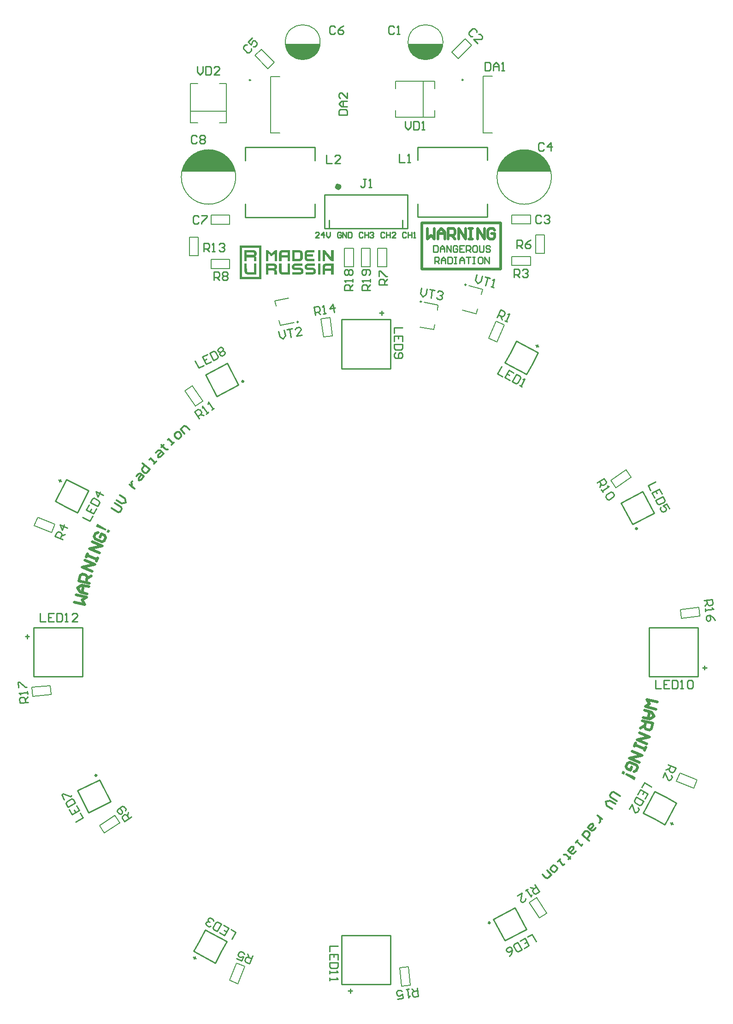
<source format=gto>
G04*
G04 #@! TF.GenerationSoftware,Altium Limited,Altium Designer,19.1.5 (86)*
G04*
G04 Layer_Color=65535*
%FSLAX44Y44*%
%MOMM*%
G71*
G01*
G75*
%ADD10C,0.4000*%
%ADD11C,0.2500*%
%ADD12C,1.0000*%
%ADD13C,0.2000*%
%ADD14C,0.2540*%
%ADD15C,0.5000*%
%ADD16C,0.3800*%
%ADD17C,0.2700*%
G36*
X959903Y1701500D02*
X862129Y1701501D01*
X864000Y1709250D01*
X867000Y1715750D01*
X871000Y1721500D01*
X875750Y1727000D01*
X882250Y1732500D01*
X889750Y1737000D01*
X894750Y1738750D01*
X901250Y1740750D01*
X906000Y1741250D01*
X911000Y1741500D01*
X916000Y1741250D01*
X924750Y1739750D01*
X933500Y1736250D01*
X938250Y1733500D01*
X945250Y1728250D01*
X949500Y1723500D01*
X953750Y1717000D01*
X957250Y1710250D01*
X959000Y1705500D01*
X959903Y1701500D01*
D02*
G37*
G36*
X1052000Y1935750D02*
X1116000D01*
X1114500Y1928500D01*
X1110500Y1920500D01*
X1104750Y1914250D01*
X1099000Y1910500D01*
X1091500Y1907750D01*
X1084000Y1906750D01*
X1077500Y1907500D01*
X1070750Y1909500D01*
X1064000Y1913750D01*
X1058750Y1919000D01*
X1055000Y1925500D01*
X1052750Y1932000D01*
X1052000Y1935750D01*
D02*
G37*
G36*
X1277500Y1935750D02*
X1341500D01*
X1340000Y1928500D01*
X1336000Y1920500D01*
X1330250Y1914250D01*
X1324500Y1910500D01*
X1317000Y1907750D01*
X1309500Y1906750D01*
X1303000Y1907500D01*
X1296250Y1909500D01*
X1289500Y1913750D01*
X1284250Y1919000D01*
X1280500Y1925500D01*
X1278250Y1932000D01*
X1277500Y1935750D01*
D02*
G37*
G36*
X1539653Y1701500D02*
X1441879Y1701501D01*
X1443750Y1709250D01*
X1446750Y1715750D01*
X1450750Y1721500D01*
X1455500Y1727000D01*
X1462000Y1732500D01*
X1469500Y1737000D01*
X1474500Y1738750D01*
X1481000Y1740750D01*
X1485750Y1741250D01*
X1490750Y1741500D01*
X1495750Y1741250D01*
X1504500Y1739750D01*
X1513250Y1736250D01*
X1518000Y1733500D01*
X1525000Y1728250D01*
X1529250Y1723500D01*
X1533500Y1717000D01*
X1537000Y1710250D01*
X1538750Y1705500D01*
X1539653Y1701500D01*
D02*
G37*
G36*
X1036561Y1537122D02*
X1032255D01*
Y1544068D01*
Y1545101D01*
Y1546077D01*
Y1546881D01*
Y1547627D01*
Y1548201D01*
Y1548660D01*
Y1548890D01*
Y1549005D01*
Y1549694D01*
Y1550210D01*
Y1550555D01*
Y1550842D01*
X1032198Y1550957D01*
Y1551014D01*
Y1551071D01*
X1032141Y1551014D01*
X1032083Y1550957D01*
X1031796Y1550669D01*
X1031509Y1550382D01*
X1031452Y1550325D01*
X1031394Y1550268D01*
X1030763Y1549694D01*
X1030132Y1549062D01*
X1029845Y1548833D01*
X1029615Y1548603D01*
X1029500Y1548488D01*
X1029443Y1548431D01*
X1028639Y1547684D01*
X1028008Y1547110D01*
X1027778Y1546881D01*
X1027606Y1546709D01*
X1027491Y1546651D01*
X1027433Y1546594D01*
X1027147Y1546364D01*
X1026974Y1546192D01*
X1026687Y1545962D01*
X1026572Y1545847D01*
X1026515Y1545905D01*
X1026458Y1545962D01*
X1026171Y1546249D01*
X1025826Y1546479D01*
X1025769Y1546536D01*
X1025711Y1546594D01*
X1025080Y1547225D01*
X1024448Y1547799D01*
X1024162Y1548029D01*
X1023932Y1548259D01*
X1023817Y1548373D01*
X1023760Y1548431D01*
X1020947Y1551071D01*
X1020890Y1544068D01*
Y1537122D01*
X1016584D01*
Y1547168D01*
Y1557271D01*
X1017962Y1557213D01*
X1018536Y1557156D01*
X1018938D01*
X1019167Y1557099D01*
X1019512D01*
X1019741Y1557041D01*
X1019856Y1556984D01*
X1019914D01*
X1020488Y1556754D01*
X1020947Y1556467D01*
X1021291Y1556238D01*
X1021349Y1556180D01*
X1021406Y1556123D01*
X1021750Y1555836D01*
X1022267Y1555377D01*
X1022841Y1554860D01*
X1023473Y1554286D01*
X1024047Y1553712D01*
X1024506Y1553310D01*
X1024850Y1552966D01*
X1024908Y1552908D01*
X1024965Y1552851D01*
X1025367Y1552392D01*
X1025711Y1552047D01*
X1025941Y1551817D01*
X1026056Y1551760D01*
X1026343Y1551530D01*
X1026515Y1551416D01*
X1026572Y1551358D01*
X1026630Y1551416D01*
X1026745Y1551473D01*
X1026974Y1551703D01*
X1027261Y1551932D01*
X1027319Y1552047D01*
X1027376D01*
X1027950Y1552621D01*
X1028524Y1553138D01*
X1028811Y1553367D01*
X1028983Y1553540D01*
X1029098Y1553654D01*
X1029156Y1553712D01*
X1029845Y1554401D01*
X1030418Y1554917D01*
X1030648Y1555147D01*
X1030820Y1555319D01*
X1030935Y1555377D01*
X1030993Y1555434D01*
X1031280Y1555721D01*
X1031567Y1555951D01*
X1031911Y1556238D01*
X1032083Y1556352D01*
X1032141Y1556410D01*
X1032600Y1556697D01*
X1033002Y1556869D01*
X1033231Y1556984D01*
X1033346D01*
X1033920Y1557099D01*
X1034494Y1557156D01*
X1034781Y1557213D01*
X1035183D01*
X1036561Y1557271D01*
Y1537122D01*
D02*
G37*
G36*
X1122207Y1557213D02*
X1122667D01*
X1123069Y1557156D01*
X1123413D01*
X1123700Y1557099D01*
X1123872D01*
X1124044Y1557041D01*
X1124159D01*
X1124619Y1556927D01*
X1125078Y1556754D01*
X1125365Y1556640D01*
X1125422Y1556582D01*
X1125480D01*
X1125767Y1556352D01*
X1126111Y1556123D01*
X1126685Y1555549D01*
X1126972Y1555262D01*
X1127202Y1555090D01*
X1127317Y1554917D01*
X1127374Y1554860D01*
X1127604Y1554573D01*
X1127890Y1554286D01*
X1128579Y1553482D01*
X1129326Y1552564D01*
X1130129Y1551588D01*
X1130818Y1550727D01*
X1131163Y1550325D01*
X1131392Y1549981D01*
X1131622Y1549694D01*
X1131794Y1549464D01*
X1131909Y1549349D01*
X1131966Y1549292D01*
X1132598Y1548488D01*
X1133172Y1547799D01*
X1133688Y1547168D01*
X1134148Y1546594D01*
X1134492Y1546192D01*
X1134722Y1545847D01*
X1134894Y1545618D01*
X1134951Y1545560D01*
X1135353Y1545044D01*
X1135697Y1544642D01*
X1135927Y1544412D01*
X1136099Y1544183D01*
X1136214Y1544068D01*
X1136272Y1544011D01*
Y1544068D01*
X1136329Y1544240D01*
Y1544470D01*
Y1544757D01*
Y1545044D01*
Y1545331D01*
Y1545503D01*
Y1545560D01*
Y1546249D01*
Y1547053D01*
Y1547857D01*
Y1548660D01*
Y1549407D01*
Y1550038D01*
Y1550210D01*
Y1550382D01*
Y1550497D01*
Y1550555D01*
Y1557213D01*
X1140634D01*
Y1537122D01*
X1139027D01*
X1138453Y1537180D01*
X1137936D01*
X1137420Y1537294D01*
X1137018Y1537352D01*
X1136788Y1537466D01*
X1136673D01*
X1136214Y1537639D01*
X1135812Y1537868D01*
X1135525Y1538041D01*
X1135468Y1538098D01*
X1135411D01*
X1134951Y1538442D01*
X1134549Y1538787D01*
X1134320Y1539016D01*
X1134205Y1539131D01*
X1134090Y1539303D01*
X1133860Y1539590D01*
X1133574Y1539877D01*
X1133287Y1540222D01*
X1132999Y1540566D01*
X1132770Y1540853D01*
X1132598Y1541083D01*
X1132540Y1541140D01*
X1131450Y1542461D01*
X1130933Y1543150D01*
X1130474Y1543724D01*
X1130014Y1544240D01*
X1129670Y1544699D01*
X1129440Y1544929D01*
X1129383Y1545044D01*
X1128752Y1545847D01*
X1128178Y1546536D01*
X1127661Y1547168D01*
X1127202Y1547742D01*
X1126857Y1548144D01*
X1126570Y1548488D01*
X1126398Y1548718D01*
X1126341Y1548775D01*
X1125939Y1549292D01*
X1125594Y1549694D01*
X1125365Y1549981D01*
X1125192Y1550210D01*
X1125135Y1550325D01*
X1125078Y1550382D01*
X1125020D01*
Y1550325D01*
Y1550095D01*
Y1549808D01*
Y1549464D01*
X1124963Y1549120D01*
Y1548833D01*
Y1548603D01*
Y1548546D01*
Y1547799D01*
Y1546996D01*
Y1546192D01*
Y1545446D01*
Y1544814D01*
Y1544240D01*
Y1543896D01*
Y1543838D01*
Y1543781D01*
Y1537122D01*
X1120658D01*
Y1547168D01*
Y1557271D01*
X1122207Y1557213D01*
D02*
G37*
G36*
X1116525Y1537122D02*
X1112047D01*
Y1547168D01*
Y1557213D01*
X1116525D01*
Y1537122D01*
D02*
G37*
G36*
X1105158Y1553023D02*
X1099246Y1552966D01*
X1095055D01*
X1094596Y1552908D01*
X1093563D01*
X1093219Y1552851D01*
X1093046Y1552793D01*
X1092989D01*
X1092759Y1552621D01*
X1092702Y1552564D01*
X1092645D01*
X1092530Y1552506D01*
X1092472Y1552449D01*
X1092357Y1552219D01*
X1092243Y1551990D01*
X1092185Y1551760D01*
X1092128Y1551645D01*
X1092070Y1551186D01*
X1092013Y1550784D01*
Y1550440D01*
Y1550382D01*
Y1550325D01*
Y1549407D01*
X1102977D01*
Y1545216D01*
X1092013D01*
Y1543953D01*
X1092070Y1543436D01*
Y1543035D01*
Y1542863D01*
Y1542805D01*
X1092185Y1542461D01*
X1092300Y1542346D01*
Y1542289D01*
X1092415Y1542116D01*
X1092530Y1542001D01*
X1092587Y1541887D01*
X1092817Y1541714D01*
X1092874Y1541657D01*
X1092932Y1541600D01*
X1093391Y1541427D01*
X1105847Y1541370D01*
Y1537122D01*
X1099303Y1537180D01*
X1093333D01*
X1092989Y1537237D01*
X1092702D01*
X1092415Y1537294D01*
X1092243D01*
X1092128Y1537352D01*
X1092013D01*
X1091267Y1537524D01*
X1090635Y1537753D01*
X1090119Y1538041D01*
X1089660Y1538270D01*
X1089315Y1538500D01*
X1089085Y1538672D01*
X1088971Y1538787D01*
X1088913Y1538844D01*
X1088569Y1539303D01*
X1088282Y1539820D01*
X1087937Y1540911D01*
X1087822Y1541370D01*
X1087708Y1541829D01*
X1087650Y1542059D01*
Y1542174D01*
Y1542289D01*
X1087593Y1542518D01*
Y1543150D01*
X1087535Y1543436D01*
Y1543666D01*
Y1543838D01*
Y1543896D01*
Y1545044D01*
Y1545618D01*
Y1546134D01*
Y1546594D01*
Y1546938D01*
Y1547168D01*
Y1547225D01*
Y1548431D01*
Y1549407D01*
Y1550153D01*
X1087593Y1550784D01*
Y1551243D01*
Y1551530D01*
Y1551703D01*
Y1551760D01*
X1087708Y1552564D01*
X1087822Y1553195D01*
X1087880Y1553425D01*
X1087937Y1553597D01*
X1087995Y1553712D01*
Y1553769D01*
X1088167Y1554286D01*
X1088397Y1554745D01*
X1088684Y1555147D01*
X1088913Y1555491D01*
X1089143Y1555721D01*
X1089372Y1555893D01*
X1089487Y1556008D01*
X1089545Y1556065D01*
X1090061Y1556352D01*
X1090578Y1556582D01*
X1091669Y1556927D01*
X1092128Y1557041D01*
X1092530Y1557099D01*
X1092759Y1557156D01*
X1095055D01*
X1096548Y1557213D01*
X1105158D01*
Y1553023D01*
D02*
G37*
G36*
X1075309Y1557156D02*
X1078638D01*
X1079556Y1557041D01*
X1080360Y1556869D01*
X1081049Y1556640D01*
X1081623Y1556410D01*
X1082025Y1556180D01*
X1082312Y1555951D01*
X1082484Y1555836D01*
X1082541Y1555778D01*
X1082943Y1555319D01*
X1083288Y1554745D01*
X1083517Y1554171D01*
X1083747Y1553540D01*
X1083862Y1553023D01*
X1083977Y1552564D01*
X1084034Y1552277D01*
Y1552219D01*
Y1552162D01*
Y1551990D01*
Y1551760D01*
Y1551416D01*
X1084091Y1551071D01*
Y1550268D01*
Y1549407D01*
Y1548546D01*
Y1547857D01*
Y1547570D01*
Y1547340D01*
Y1547225D01*
Y1547168D01*
Y1546422D01*
Y1545733D01*
Y1545159D01*
Y1544585D01*
Y1544125D01*
Y1543724D01*
Y1543379D01*
Y1543092D01*
X1084034Y1542690D01*
Y1542403D01*
Y1542289D01*
Y1542231D01*
X1083919Y1541485D01*
X1083747Y1540853D01*
X1083517Y1540279D01*
X1083345Y1539877D01*
X1083115Y1539476D01*
X1083001Y1539246D01*
X1082886Y1539074D01*
X1082828Y1539016D01*
X1082484Y1538615D01*
X1082082Y1538328D01*
X1081221Y1537811D01*
X1080819Y1537696D01*
X1080532Y1537581D01*
X1080303Y1537466D01*
X1080245D01*
X1079843Y1537409D01*
X1079442Y1537352D01*
X1078580Y1537237D01*
X1078179D01*
X1077892Y1537180D01*
X1076858D01*
X1075882Y1537122D01*
X1064631D01*
Y1547168D01*
Y1557213D01*
X1074734D01*
X1075309Y1557156D01*
D02*
G37*
G36*
X1060556Y1537122D02*
X1056021D01*
Y1543838D01*
X1045057D01*
Y1537122D01*
X1040579D01*
Y1544240D01*
Y1545446D01*
Y1546479D01*
Y1547455D01*
Y1548201D01*
Y1548833D01*
Y1549292D01*
Y1549579D01*
Y1549694D01*
Y1550440D01*
X1040637Y1550957D01*
Y1551416D01*
Y1551703D01*
Y1551932D01*
Y1552104D01*
Y1552162D01*
X1040809Y1553023D01*
X1040981Y1553769D01*
X1041210Y1554401D01*
X1041497Y1554917D01*
X1041727Y1555262D01*
X1041957Y1555549D01*
X1042072Y1555721D01*
X1042129Y1555778D01*
X1042646Y1556180D01*
X1043220Y1556467D01*
X1043851Y1556697D01*
X1044482Y1556927D01*
X1045057Y1557041D01*
X1045516Y1557099D01*
X1045803Y1557156D01*
X1048443D01*
X1050223Y1557213D01*
X1060556D01*
Y1537122D01*
D02*
G37*
G36*
Y1512668D02*
X1047869D01*
X1047295Y1512725D01*
X1046032D01*
X1045229Y1512840D01*
X1044482Y1513012D01*
X1043851Y1513185D01*
X1043334Y1513414D01*
X1042933Y1513586D01*
X1042646Y1513701D01*
X1042473Y1513816D01*
X1042416Y1513873D01*
X1042014Y1514275D01*
X1041670Y1514734D01*
X1041383Y1515194D01*
X1041153Y1515653D01*
X1040981Y1516055D01*
X1040866Y1516399D01*
X1040809Y1516686D01*
Y1516744D01*
X1040751Y1517260D01*
X1040694Y1517834D01*
X1040637Y1518064D01*
Y1518294D01*
Y1518408D01*
Y1518466D01*
Y1518753D01*
Y1519097D01*
Y1519499D01*
Y1520016D01*
Y1521106D01*
Y1522254D01*
X1040579Y1523345D01*
Y1523804D01*
Y1524264D01*
Y1524608D01*
Y1524895D01*
Y1525067D01*
Y1525125D01*
Y1532759D01*
X1045057D01*
Y1525699D01*
Y1524608D01*
Y1523690D01*
X1045114Y1522829D01*
Y1522082D01*
Y1521451D01*
Y1520877D01*
Y1520417D01*
Y1520016D01*
X1045171Y1519671D01*
Y1519384D01*
Y1519212D01*
Y1519040D01*
Y1518868D01*
Y1518810D01*
X1045286Y1518236D01*
X1045458Y1517777D01*
X1045688Y1517547D01*
X1045745Y1517433D01*
X1046090Y1517203D01*
X1046492Y1517088D01*
X1046721Y1516973D01*
X1047238D01*
X1047812Y1516916D01*
X1051371D01*
X1056021Y1516859D01*
Y1532759D01*
X1060556D01*
Y1512668D01*
D02*
G37*
G36*
X1140634D02*
X1136157D01*
Y1519384D01*
X1125135D01*
Y1512668D01*
X1120658D01*
Y1519499D01*
Y1520590D01*
Y1521623D01*
Y1522542D01*
Y1523288D01*
Y1523862D01*
Y1524321D01*
Y1524608D01*
Y1524723D01*
Y1525469D01*
X1120715Y1526043D01*
Y1526445D01*
Y1526789D01*
Y1527019D01*
Y1527134D01*
Y1527249D01*
X1120887Y1528224D01*
X1121117Y1529028D01*
X1121347Y1529717D01*
X1121634Y1530291D01*
X1121863Y1530693D01*
X1122093Y1530980D01*
X1122207Y1531152D01*
X1122265Y1531210D01*
X1122782Y1531611D01*
X1123356Y1531956D01*
X1123987Y1532185D01*
X1124619Y1532358D01*
X1125192Y1532530D01*
X1125709Y1532587D01*
X1125996Y1532645D01*
X1126341D01*
X1126685Y1532702D01*
X1131392D01*
X1132196Y1532759D01*
X1140634D01*
Y1512668D01*
D02*
G37*
G36*
X1116525D02*
X1112047D01*
Y1522714D01*
Y1532759D01*
X1116525D01*
Y1512668D01*
D02*
G37*
G36*
X1105905Y1528512D02*
X1093276Y1528454D01*
X1092874Y1528282D01*
X1092645Y1528167D01*
X1092587Y1528110D01*
X1092530Y1528052D01*
X1092357Y1527937D01*
X1092300Y1527880D01*
X1092128Y1527478D01*
X1092013Y1527134D01*
X1091956Y1526847D01*
Y1526789D01*
Y1526732D01*
X1092013Y1526330D01*
X1092128Y1526043D01*
X1092185Y1525813D01*
X1092243Y1525756D01*
X1092415Y1525584D01*
X1092530Y1525526D01*
Y1525469D01*
X1092759Y1525297D01*
X1092874Y1525240D01*
X1093276Y1525010D01*
X1098270Y1524952D01*
X1101829D01*
X1102231Y1524895D01*
X1103207D01*
X1103609Y1524838D01*
X1103896Y1524780D01*
X1103953D01*
X1104585Y1524551D01*
X1105101Y1524321D01*
X1105560Y1524091D01*
X1105962Y1523862D01*
X1106307Y1523632D01*
X1106536Y1523460D01*
X1106651Y1523345D01*
X1106709Y1523288D01*
X1107053Y1522886D01*
X1107397Y1522484D01*
X1107799Y1521680D01*
X1107971Y1521279D01*
X1108086Y1521049D01*
X1108144Y1520819D01*
Y1520762D01*
X1108201Y1520532D01*
X1108258Y1520245D01*
X1108316Y1519556D01*
Y1519270D01*
Y1519040D01*
Y1518868D01*
Y1518810D01*
Y1518351D01*
Y1517949D01*
X1108258Y1517605D01*
Y1517375D01*
X1108201Y1517146D01*
Y1517031D01*
X1108144Y1516973D01*
Y1516916D01*
X1107799Y1515997D01*
X1107627Y1515596D01*
X1107397Y1515251D01*
X1107225Y1515022D01*
X1107053Y1514792D01*
X1106995Y1514677D01*
X1106938Y1514620D01*
X1106307Y1513988D01*
X1105618Y1513586D01*
X1105331Y1513414D01*
X1105158Y1513299D01*
X1104986Y1513185D01*
X1104929D01*
X1104183Y1512955D01*
X1103494Y1512840D01*
X1103264D01*
X1103035Y1512783D01*
X1102288D01*
X1101887Y1512725D01*
X1099131D01*
X1098040Y1512668D01*
X1089028D01*
Y1516859D01*
X1095687Y1516916D01*
X1101427D01*
X1101829Y1516973D01*
X1102346D01*
X1102461Y1517031D01*
X1102633D01*
X1102862Y1517146D01*
X1103035Y1517318D01*
X1103207Y1517433D01*
X1103264Y1517490D01*
X1103494Y1517777D01*
X1103666Y1518007D01*
X1103781Y1518179D01*
Y1518236D01*
X1103838Y1518753D01*
X1103781Y1519212D01*
X1103723Y1519499D01*
X1103666Y1519614D01*
X1103436Y1520073D01*
X1103149Y1520360D01*
X1102920Y1520475D01*
X1102862Y1520532D01*
X1102805D01*
X1102690Y1520590D01*
X1102518D01*
X1102173Y1520647D01*
X1101312D01*
X1100681Y1520705D01*
X1099246D01*
X1098557Y1520762D01*
X1094481D01*
X1093907Y1520819D01*
X1093046D01*
X1092530Y1520877D01*
X1092070Y1520934D01*
X1091841Y1520992D01*
X1091726D01*
X1091152Y1521164D01*
X1090693Y1521393D01*
X1090234Y1521623D01*
X1089832Y1521853D01*
X1089545Y1522025D01*
X1089315Y1522197D01*
X1089200Y1522312D01*
X1089143Y1522369D01*
X1088454Y1523230D01*
X1087995Y1524034D01*
X1087880Y1524378D01*
X1087765Y1524665D01*
X1087650Y1524838D01*
Y1524895D01*
X1087593Y1525125D01*
X1087535Y1525412D01*
X1087478Y1526043D01*
Y1526330D01*
Y1526502D01*
Y1526675D01*
Y1526732D01*
Y1527191D01*
X1087535Y1527593D01*
Y1527880D01*
X1087593Y1528167D01*
Y1528339D01*
X1087650Y1528454D01*
Y1528569D01*
X1087880Y1529200D01*
X1088167Y1529774D01*
X1088454Y1530234D01*
X1088741Y1530635D01*
X1089028Y1530980D01*
X1089200Y1531210D01*
X1089372Y1531324D01*
X1089430Y1531382D01*
X1089947Y1531726D01*
X1090463Y1532013D01*
X1090980Y1532243D01*
X1091496Y1532415D01*
X1091956Y1532530D01*
X1092300Y1532587D01*
X1092587Y1532645D01*
X1092817D01*
X1093104Y1532702D01*
X1097237D01*
X1097983Y1532759D01*
X1105905D01*
Y1528512D01*
D02*
G37*
G36*
X1083632D02*
X1071807D01*
X1071462Y1528454D01*
X1070601D01*
X1070257Y1528397D01*
X1069970D01*
X1069511Y1528282D01*
X1069224Y1528167D01*
X1069166Y1528110D01*
X1068994Y1527937D01*
X1068822Y1527765D01*
X1068764Y1527593D01*
X1068707Y1527536D01*
X1068592Y1527249D01*
X1068535Y1527019D01*
Y1526847D01*
Y1526789D01*
X1068592Y1526273D01*
X1068707Y1525928D01*
X1068822Y1525699D01*
X1068879Y1525641D01*
X1069166Y1525412D01*
X1069511Y1525182D01*
X1069740Y1525125D01*
X1069855Y1525067D01*
X1069970D01*
X1070200Y1525010D01*
X1077490D01*
X1077892Y1524952D01*
X1079958D01*
X1080130Y1524895D01*
X1080303D01*
X1080762Y1524838D01*
X1081164Y1524723D01*
X1081508Y1524608D01*
X1081565Y1524551D01*
X1081623D01*
X1082140Y1524378D01*
X1082541Y1524206D01*
X1082828Y1524091D01*
X1082886Y1524034D01*
X1083460Y1523575D01*
X1083919Y1523173D01*
X1084206Y1522829D01*
X1084321Y1522714D01*
Y1522656D01*
X1084723Y1522025D01*
X1085010Y1521393D01*
X1085125Y1521164D01*
X1085182Y1520934D01*
X1085239Y1520819D01*
Y1520762D01*
X1085354Y1520188D01*
X1085412Y1519556D01*
Y1519270D01*
Y1519040D01*
Y1518868D01*
Y1518810D01*
Y1517949D01*
X1085354Y1517662D01*
Y1517375D01*
X1085297Y1517146D01*
Y1516973D01*
X1085239Y1516916D01*
Y1516859D01*
X1085010Y1516227D01*
X1084780Y1515653D01*
X1084493Y1515136D01*
X1084206Y1514734D01*
X1083919Y1514390D01*
X1083689Y1514160D01*
X1083517Y1514046D01*
X1083460Y1513988D01*
X1082943Y1513644D01*
X1082369Y1513357D01*
X1081795Y1513185D01*
X1081279Y1513012D01*
X1080819Y1512898D01*
X1080417Y1512783D01*
X1080188Y1512725D01*
X1078695D01*
X1078294Y1512668D01*
X1065148D01*
Y1516916D01*
X1077145D01*
X1077547Y1516973D01*
X1078753D01*
X1079442Y1517088D01*
X1079901Y1517203D01*
X1080188Y1517318D01*
X1080303Y1517375D01*
X1080532Y1517605D01*
X1080647Y1517834D01*
X1080877Y1518294D01*
Y1518523D01*
X1080934Y1518695D01*
Y1518810D01*
Y1518868D01*
X1080819Y1519499D01*
X1080647Y1519958D01*
X1080475Y1520245D01*
X1080360Y1520303D01*
X1079958Y1520475D01*
X1079614Y1520590D01*
X1079269Y1520647D01*
X1078753D01*
X1078466Y1520705D01*
X1076457D01*
X1075653Y1520762D01*
X1070257D01*
X1069970Y1520819D01*
X1068937D01*
X1068248Y1520992D01*
X1067616Y1521221D01*
X1067387Y1521336D01*
X1067157Y1521393D01*
X1067042Y1521508D01*
X1066985D01*
X1066468Y1521795D01*
X1065952Y1522197D01*
X1065607Y1522542D01*
X1065263Y1522886D01*
X1065033Y1523230D01*
X1064803Y1523517D01*
X1064746Y1523690D01*
X1064689Y1523747D01*
X1064459Y1524321D01*
X1064287Y1524952D01*
X1064172Y1525526D01*
X1064115Y1526043D01*
X1064057Y1526560D01*
Y1526904D01*
Y1527134D01*
Y1527249D01*
X1064115Y1527765D01*
X1064172Y1528167D01*
X1064230Y1528454D01*
Y1528569D01*
X1064344Y1529028D01*
X1064517Y1529373D01*
X1064689Y1529660D01*
X1064746Y1529774D01*
X1065263Y1530578D01*
X1065837Y1531210D01*
X1066066Y1531439D01*
X1066296Y1531611D01*
X1066411Y1531669D01*
X1066468Y1531726D01*
X1067387Y1532185D01*
X1068305Y1532472D01*
X1068650Y1532530D01*
X1068937Y1532587D01*
X1069166Y1532645D01*
X1069396D01*
X1069683Y1532702D01*
X1074160D01*
X1074964Y1532759D01*
X1083632D01*
Y1528512D01*
D02*
G37*
G36*
X1029041Y1532702D02*
X1030763D01*
X1031050Y1532645D01*
X1031567D01*
X1032542Y1532472D01*
X1033002Y1532358D01*
X1033346Y1532243D01*
X1033691Y1532128D01*
X1033920Y1532070D01*
X1034035Y1531956D01*
X1034092D01*
X1034781Y1531554D01*
X1035240Y1531095D01*
X1035585Y1530750D01*
X1035700Y1530635D01*
Y1530578D01*
X1036159Y1529889D01*
X1036446Y1529258D01*
X1036503Y1528971D01*
X1036561Y1528741D01*
X1036618Y1528626D01*
Y1528569D01*
X1036676Y1528052D01*
X1036733Y1527478D01*
Y1527249D01*
Y1527019D01*
Y1526904D01*
Y1526847D01*
Y1526100D01*
X1036676Y1525526D01*
X1036618Y1525182D01*
Y1525125D01*
Y1525067D01*
X1036389Y1524321D01*
X1036159Y1523747D01*
X1035987Y1523517D01*
X1035929Y1523345D01*
X1035815Y1523230D01*
Y1523173D01*
X1035355Y1522599D01*
X1034896Y1522254D01*
X1034552Y1522025D01*
X1034494Y1521967D01*
X1034437D01*
X1034207Y1521853D01*
X1034150Y1521795D01*
X1034035Y1521738D01*
Y1521680D01*
X1034092D01*
X1034150Y1521623D01*
X1034322Y1521566D01*
X1034437Y1521508D01*
X1034896Y1521279D01*
X1035298Y1520992D01*
X1035527Y1520762D01*
X1035642Y1520705D01*
Y1520647D01*
X1035987Y1520188D01*
X1036216Y1519729D01*
X1036331Y1519384D01*
X1036389Y1519327D01*
Y1519270D01*
X1036446Y1518982D01*
X1036503Y1518638D01*
Y1518351D01*
Y1518294D01*
Y1518236D01*
Y1517949D01*
X1036561Y1517605D01*
Y1516744D01*
Y1516342D01*
Y1515997D01*
Y1515768D01*
Y1515710D01*
X1036618Y1512668D01*
X1032141D01*
X1032083Y1515251D01*
Y1515768D01*
Y1516227D01*
Y1516629D01*
Y1516916D01*
X1032026Y1517146D01*
Y1517318D01*
Y1517433D01*
X1031968Y1517834D01*
Y1518121D01*
X1031911Y1518236D01*
Y1518294D01*
X1031739Y1518695D01*
X1031567Y1518982D01*
X1031394Y1519155D01*
X1031337Y1519212D01*
X1031050Y1519384D01*
X1030706Y1519499D01*
X1030418Y1519614D01*
X1030132D01*
X1029959Y1519671D01*
X1028237D01*
X1027721Y1519729D01*
X1021062D01*
Y1512668D01*
X1016584D01*
Y1522714D01*
Y1532759D01*
X1028409D01*
X1029041Y1532702D01*
D02*
G37*
G36*
X1007859Y1504000D02*
X968250D01*
Y1534941D01*
Y1565939D01*
X1007859D01*
Y1504000D01*
D02*
G37*
G36*
X1676478Y599468D02*
X1674085Y594882D01*
X1669500Y597275D01*
X1671892Y601860D01*
X1676478Y599468D01*
D02*
G37*
G36*
X1690238Y592551D02*
X1695858Y589619D01*
X1693268Y584655D01*
X1687648Y587587D01*
X1676193Y595055D01*
X1677560Y597675D01*
X1690238Y592551D01*
D02*
G37*
G36*
X712352Y1052230D02*
X723807Y1044762D01*
X722440Y1042142D01*
X709762Y1047266D01*
X704142Y1050198D01*
X706732Y1055162D01*
X712352Y1052230D01*
D02*
G37*
G36*
X730500Y1042542D02*
X728108Y1037957D01*
X723522Y1040349D01*
X725915Y1044935D01*
X730500Y1042542D01*
D02*
G37*
%LPC*%
G36*
X1069109Y1553023D02*
Y1541370D01*
X1074734D01*
X1075251Y1541427D01*
X1077031D01*
X1077432Y1541485D01*
X1077834D01*
X1078294Y1541600D01*
X1078695Y1541714D01*
X1078925Y1541887D01*
X1079040Y1541944D01*
X1079269Y1542346D01*
X1079442Y1542690D01*
X1079499Y1542977D01*
Y1543092D01*
Y1543264D01*
Y1543494D01*
X1079556Y1544011D01*
Y1544699D01*
Y1545388D01*
Y1546077D01*
Y1546651D01*
Y1546881D01*
Y1546996D01*
Y1547110D01*
Y1547168D01*
Y1548144D01*
Y1548890D01*
Y1549521D01*
Y1549981D01*
Y1550325D01*
Y1550497D01*
Y1550612D01*
Y1550669D01*
Y1551129D01*
X1079499Y1551416D01*
X1079442Y1551588D01*
Y1551645D01*
X1079327Y1551932D01*
X1079155Y1552162D01*
X1079040Y1552277D01*
X1078982Y1552334D01*
X1078753Y1552564D01*
X1078580Y1552679D01*
X1078408Y1552793D01*
X1078351D01*
X1078064Y1552851D01*
X1077719Y1552908D01*
X1076916D01*
X1076342Y1552966D01*
X1073529D01*
X1069109Y1553023D01*
D02*
G37*
G36*
X1056021Y1552966D02*
X1049362D01*
X1048960Y1552908D01*
X1046779D01*
X1046492Y1552851D01*
X1046262Y1552736D01*
X1046090Y1552679D01*
X1046032Y1552621D01*
X1045803Y1552506D01*
X1045573Y1552392D01*
X1045516Y1552334D01*
X1045458Y1552277D01*
X1045344Y1551990D01*
X1045229Y1551703D01*
X1045171Y1551530D01*
Y1551473D01*
Y1551301D01*
X1045114Y1551014D01*
Y1550440D01*
X1045057Y1550210D01*
Y1549981D01*
Y1549808D01*
Y1549751D01*
Y1548086D01*
X1056021D01*
Y1550555D01*
Y1552966D01*
D02*
G37*
G36*
X1136157Y1528512D02*
X1129555D01*
X1129211Y1528454D01*
X1127374D01*
X1127202Y1528397D01*
X1127087D01*
X1126742Y1528339D01*
X1126455Y1528224D01*
X1126226Y1528167D01*
X1126168Y1528110D01*
X1125939Y1527995D01*
X1125709Y1527823D01*
X1125652Y1527708D01*
X1125594Y1527650D01*
X1125422Y1527363D01*
X1125307Y1527076D01*
X1125250Y1526904D01*
Y1526789D01*
Y1526560D01*
X1125192Y1526330D01*
Y1525813D01*
Y1525526D01*
Y1525297D01*
Y1525182D01*
Y1525125D01*
Y1523575D01*
X1136157D01*
Y1526043D01*
Y1528512D01*
D02*
G37*
G36*
X1021062D02*
Y1523919D01*
X1029959D01*
X1030189Y1523977D01*
X1030591Y1524034D01*
X1030763Y1524091D01*
X1030820D01*
X1031107Y1524206D01*
X1031394Y1524378D01*
X1031567Y1524493D01*
X1031624Y1524551D01*
X1031854Y1524838D01*
X1032026Y1525067D01*
X1032141Y1525240D01*
Y1525297D01*
X1032198Y1525584D01*
X1032255Y1525928D01*
Y1526158D01*
Y1526215D01*
Y1526617D01*
X1032198Y1526904D01*
X1032141Y1527134D01*
Y1527191D01*
X1032026Y1527421D01*
X1031854Y1527593D01*
X1031681Y1527765D01*
X1031624Y1527823D01*
X1031394Y1528052D01*
X1031165Y1528224D01*
X1030993Y1528339D01*
X1030820D01*
X1030648Y1528397D01*
X1029270D01*
X1028696Y1528454D01*
X1025884D01*
X1021062Y1528512D01*
D02*
G37*
G36*
X988054Y1561634D02*
X978410D01*
X977722Y1561576D01*
X972957D01*
X972728Y1561519D01*
X972555D01*
Y1561404D01*
Y1561174D01*
Y1560830D01*
Y1560486D01*
Y1560084D01*
Y1559739D01*
Y1559510D01*
Y1559395D01*
Y1558534D01*
Y1557615D01*
Y1556640D01*
Y1555721D01*
X972498Y1554917D01*
Y1554229D01*
Y1553999D01*
Y1553827D01*
Y1553712D01*
Y1553654D01*
Y1552277D01*
Y1550784D01*
Y1549407D01*
Y1548029D01*
Y1547455D01*
Y1546881D01*
Y1546422D01*
Y1545962D01*
Y1545618D01*
Y1545388D01*
Y1545216D01*
Y1545159D01*
Y1543322D01*
Y1541542D01*
Y1539763D01*
Y1538213D01*
Y1537524D01*
Y1536893D01*
Y1536318D01*
Y1535802D01*
Y1535400D01*
Y1535113D01*
Y1534941D01*
Y1534883D01*
X972555Y1508305D01*
X1003496D01*
Y1534941D01*
Y1561576D01*
X988054Y1561634D01*
D02*
G37*
%LPD*%
G36*
X989777Y1557156D02*
X994426D01*
X994713Y1557099D01*
X994943D01*
X995115Y1557041D01*
X995230D01*
X995345Y1556984D01*
X995919Y1556812D01*
X996378Y1556582D01*
X996837Y1556352D01*
X997182Y1556123D01*
X997469Y1555951D01*
X997698Y1555778D01*
X997813Y1555664D01*
X997870Y1555606D01*
X998502Y1554860D01*
X998904Y1554114D01*
X999076Y1553769D01*
X999191Y1553482D01*
X999248Y1553310D01*
Y1553253D01*
X999306Y1552966D01*
X999363Y1552679D01*
X999420Y1551990D01*
Y1551703D01*
Y1551473D01*
Y1551301D01*
Y1551243D01*
Y1550784D01*
Y1550440D01*
X999363Y1550095D01*
Y1549866D01*
X999306Y1549636D01*
Y1549521D01*
X999248Y1549407D01*
X999019Y1548718D01*
X998732Y1548144D01*
X998559Y1547914D01*
X998502Y1547742D01*
X998387Y1547684D01*
Y1547627D01*
X997985Y1547110D01*
X997583Y1546766D01*
X997296Y1546536D01*
X997239Y1546479D01*
X997182D01*
X996895Y1546307D01*
X996837Y1546249D01*
X996780D01*
X996665Y1546192D01*
X996722D01*
X996780Y1546134D01*
X997009Y1546077D01*
X997067Y1546020D01*
X997124D01*
X997411Y1545847D01*
X997698Y1545618D01*
X997928Y1545446D01*
X997985Y1545388D01*
X998272Y1545101D01*
X998502Y1544814D01*
X998617Y1544642D01*
X998674Y1544585D01*
X998904Y1544125D01*
X999019Y1543666D01*
X999076Y1543322D01*
Y1543264D01*
Y1543207D01*
Y1542863D01*
X999133Y1542461D01*
Y1541944D01*
Y1541427D01*
Y1540911D01*
Y1540509D01*
Y1540222D01*
Y1540107D01*
Y1537122D01*
X994656D01*
Y1539877D01*
Y1540509D01*
Y1541026D01*
Y1541485D01*
Y1541772D01*
X994598Y1542001D01*
Y1542116D01*
Y1542231D01*
Y1542576D01*
X994541Y1542805D01*
X994484Y1542920D01*
Y1542977D01*
X994311Y1543264D01*
X994139Y1543494D01*
X994024Y1543609D01*
X993967Y1543666D01*
X993737Y1543838D01*
X993508Y1543953D01*
X993393Y1544068D01*
X991269D01*
X990580Y1544125D01*
X989030D01*
X988341Y1544183D01*
X981395D01*
Y1537122D01*
X976803D01*
Y1547168D01*
Y1557213D01*
X988973D01*
X989777Y1557156D01*
D02*
G37*
G36*
X999133Y1512668D02*
X984955D01*
X984380Y1512725D01*
X983118D01*
X982257Y1512840D01*
X981568Y1513012D01*
X980879Y1513185D01*
X980362Y1513414D01*
X979960Y1513586D01*
X979616Y1513701D01*
X979444Y1513816D01*
X979386Y1513873D01*
X978927Y1514275D01*
X978525Y1514677D01*
X978181Y1515136D01*
X977894Y1515538D01*
X977664Y1515940D01*
X977550Y1516227D01*
X977492Y1516457D01*
X977435Y1516514D01*
X977205Y1517375D01*
X977033Y1518121D01*
X976975Y1518408D01*
X976918Y1518638D01*
Y1518810D01*
Y1518868D01*
Y1519155D01*
Y1519556D01*
Y1519958D01*
X976861Y1520475D01*
Y1521623D01*
Y1522829D01*
Y1523977D01*
Y1524436D01*
Y1524895D01*
Y1525297D01*
Y1525584D01*
Y1525756D01*
Y1525813D01*
X976803Y1532759D01*
X981395D01*
Y1525986D01*
Y1524952D01*
Y1523977D01*
X981453Y1523173D01*
Y1522427D01*
Y1521795D01*
Y1521221D01*
Y1520762D01*
Y1520360D01*
X981510Y1520073D01*
Y1519786D01*
Y1519442D01*
Y1519270D01*
Y1519212D01*
X981683Y1518638D01*
X981912Y1518179D01*
X982142Y1517834D01*
X982257Y1517777D01*
Y1517720D01*
X982773Y1517318D01*
X983232Y1517088D01*
X983577Y1517031D01*
X983634Y1516973D01*
X984495D01*
X984897Y1516916D01*
X989202D01*
X994656Y1516859D01*
Y1532759D01*
X999133D01*
Y1512668D01*
D02*
G37*
%LPC*%
G36*
X981395Y1553023D02*
Y1548431D01*
X993278Y1548488D01*
X993795Y1548660D01*
X994082Y1548890D01*
X994254Y1549062D01*
X994369Y1549177D01*
X994426Y1549234D01*
X994598Y1549464D01*
X994771Y1549751D01*
X994828Y1549981D01*
X994885Y1550095D01*
X994943Y1550440D01*
Y1550497D01*
Y1550555D01*
Y1550727D01*
Y1550957D01*
X994885Y1551129D01*
Y1551186D01*
X994828Y1551588D01*
X994713Y1551875D01*
X994598Y1552047D01*
X994541Y1552104D01*
X994311Y1552334D01*
X994082Y1552506D01*
X993852Y1552621D01*
X993795Y1552679D01*
X993278Y1552966D01*
X981395Y1553023D01*
D02*
G37*
%LPD*%
D10*
X1697893Y1046357D02*
G03*
X1697893Y1046357I-1000J0D01*
G01*
X1427425Y323142D02*
G03*
X1427425Y323142I-1000J0D01*
G01*
X705138Y593499D02*
G03*
X705138Y593499I-1000J0D01*
G01*
X974798Y1316561D02*
G03*
X974798Y1316561I-1000J0D01*
G01*
D11*
X1378750Y1869700D02*
G03*
X1378750Y1869700I-1250J0D01*
G01*
X988250Y1869200D02*
G03*
X988250Y1869200I-1250J0D01*
G01*
X1384214Y1493938D02*
G03*
X1384214Y1493938I-1250J0D01*
G01*
X1075740Y1425521D02*
G03*
X1075740Y1425521I-1250J0D01*
G01*
X1302099Y1462990D02*
G03*
X1302099Y1462990I-1250J0D01*
G01*
X1708598Y1114872D02*
X1729724Y1075139D01*
X1689991Y1054013D02*
X1729724Y1075139D01*
X1668865Y1093746D02*
X1689991Y1054013D01*
X1668865Y1093746D02*
X1708598Y1114872D01*
X1473813Y351171D02*
X1494939Y311438D01*
X1434081Y330044D02*
X1473813Y351171D01*
X1434081Y330044D02*
X1455207Y290312D01*
X1494939Y311438D01*
X670566Y565587D02*
X690645Y525314D01*
X670566Y565587D02*
X710838Y585666D01*
X730917Y545393D01*
X690645Y525314D02*
X730917Y545393D01*
X905388Y1328863D02*
X926167Y1288947D01*
X966083Y1309726D01*
X945304Y1349642D02*
X966083Y1309726D01*
X905388Y1328863D02*
X945304Y1349642D01*
X1225000Y1442000D02*
X1232500D01*
X1228750Y1438250D02*
Y1445750D01*
X1822000Y787317D02*
Y794817D01*
X1818250Y791067D02*
X1825750D01*
X1167500Y198000D02*
X1175000D01*
X1171250Y194250D02*
Y201750D01*
X578000Y844817D02*
Y852317D01*
X574250Y848567D02*
X581750D01*
X1512247Y1382783D02*
X1516662Y1380436D01*
X1513281Y1379402D02*
X1515628Y1383817D01*
X1495256Y1329526D02*
X1505819Y1349393D01*
X1455523Y1350652D02*
X1495256Y1329526D01*
X1476649Y1390385D02*
X1516382Y1369259D01*
X1466086Y1370519D02*
X1476649Y1390385D01*
X1505819Y1349393D02*
X1516382Y1369259D01*
X1455523Y1350652D02*
X1466086Y1370519D01*
X1760400Y503271D02*
X1762747Y507686D01*
X1759366Y506652D02*
X1763781Y504305D01*
X1709491Y524677D02*
X1729357Y514114D01*
X1709491Y524677D02*
X1730617Y564410D01*
X1749223Y503551D02*
X1770349Y543283D01*
X1750483Y553847D02*
X1770349Y543283D01*
X1729357Y514114D02*
X1749223Y503551D01*
X1730617Y564410D02*
X1750483Y553847D01*
X883201Y259811D02*
X887595Y257425D01*
X884205Y256421D02*
X886591Y260815D01*
X894314Y290758D02*
X905051Y310532D01*
X944597Y289059D01*
X883578Y270985D02*
X923125Y249513D01*
X933861Y269286D01*
X883578Y270985D02*
X894314Y290758D01*
X933861Y269286D02*
X944597Y289059D01*
X636874Y1132061D02*
X639144Y1136517D01*
X635782Y1135424D02*
X640237Y1133154D01*
X670372Y1126217D02*
X690419Y1116002D01*
X669990Y1075907D02*
X690419Y1116002D01*
X629895Y1096336D02*
X650324Y1136432D01*
X629895Y1096336D02*
X649942Y1086122D01*
X650324Y1136432D02*
X670372Y1126217D01*
X649942Y1086122D02*
X669990Y1075907D01*
D12*
X1150000Y1673500D02*
G03*
X1150000Y1673500I-1000J0D01*
G01*
D13*
X1341500Y1938750D02*
G03*
X1341500Y1938750I-32000J0D01*
G01*
X1116000Y1938750D02*
G03*
X1116000Y1938750I-32000J0D01*
G01*
X1540750Y1691500D02*
G03*
X1540750Y1691500I-50000J0D01*
G01*
X961000D02*
G03*
X961000Y1691500I-50000J0D01*
G01*
X1415500Y1772500D02*
X1432500D01*
X1415500D02*
Y1876500D01*
X1432500D01*
X1025000Y1772000D02*
X1042000D01*
X1025000D02*
Y1876000D01*
X1042000D01*
X1389113Y1491773D02*
X1414227Y1485043D01*
X1411768Y1475867D02*
X1414227Y1485043D01*
X1377207Y1447340D02*
X1402321Y1440611D01*
X1404780Y1449787D01*
X1042596Y1419253D02*
X1068028Y1424659D01*
X1040621Y1428545D02*
X1042596Y1419253D01*
X1033032Y1464248D02*
X1058464Y1469653D01*
X1033032Y1464248D02*
X1035007Y1454955D01*
X1307163Y1461369D02*
X1332768Y1456854D01*
X1331118Y1447498D02*
X1332768Y1456854D01*
X1299175Y1416068D02*
X1324780Y1411553D01*
X1326430Y1420909D01*
X739264Y520178D02*
X748251Y506340D01*
X710749Y501660D02*
X719736Y487822D01*
X748251Y506340D01*
X710749Y501660D02*
X739264Y520178D01*
X949978Y217600D02*
X962715Y249124D01*
X965277Y211419D02*
X978014Y242943D01*
X949978Y217600D02*
X965277Y211419D01*
X962715Y249124D02*
X978014Y242943D01*
X1265230Y206526D02*
X1281640Y208251D01*
X1261676Y240340D02*
X1278086Y242065D01*
X1261676Y240340D02*
X1265230Y206526D01*
X1278086Y242065D02*
X1281640Y208251D01*
X1499654Y359980D02*
X1513333Y369207D01*
X1518667Y331793D02*
X1532346Y341020D01*
X1513333Y369207D02*
X1532346Y341020D01*
X1499654Y359980D02*
X1518667Y331793D01*
X1770376Y582965D02*
X1801900Y570229D01*
X1776557Y598264D02*
X1808081Y585527D01*
X1801900Y570229D02*
X1808081Y585527D01*
X1770376Y582965D02*
X1776557Y598264D01*
X1811552Y902092D02*
X1813563Y885715D01*
X1777806Y897948D02*
X1779817Y881571D01*
X1813563Y885715D01*
X1777806Y897948D02*
X1811552Y902092D01*
X1649567Y1134920D02*
X1658913Y1121322D01*
X1677587Y1154178D02*
X1686933Y1140580D01*
X1649567Y1134920D02*
X1677587Y1154178D01*
X1658913Y1121322D02*
X1686933Y1140580D01*
X1117684Y1431451D02*
X1134043Y1433605D01*
X1122122Y1397742D02*
X1138480Y1399896D01*
X1134043Y1433605D02*
X1138480Y1399896D01*
X1117684Y1431451D02*
X1122122Y1397742D01*
X886667Y1271293D02*
X900346Y1280520D01*
X867654Y1299480D02*
X881333Y1308707D01*
X867654Y1299480D02*
X886667Y1271293D01*
X881333Y1308707D02*
X900346Y1280520D01*
X586624Y755253D02*
X588063Y738816D01*
X620495Y758216D02*
X621933Y741779D01*
X586624Y755253D02*
X620495Y758216D01*
X588063Y738816D02*
X621933Y741779D01*
X1440344Y1388850D02*
X1454173Y1419910D01*
X1425270Y1395561D02*
X1439099Y1426621D01*
X1454173Y1419910D01*
X1425270Y1395561D02*
X1440344Y1388850D01*
X597100Y1067522D02*
X628624Y1054785D01*
X590919Y1052223D02*
X622444Y1039486D01*
X590919Y1052223D02*
X597100Y1067522D01*
X622444Y1039486D02*
X628624Y1054785D01*
X1007742Y1925925D02*
X1031783Y1901884D01*
X996075Y1914258D02*
X1020116Y1890217D01*
X996075Y1914258D02*
X1007742Y1925925D01*
X1020116Y1890217D02*
X1031783Y1901884D01*
X1221750Y1561000D02*
X1238250D01*
X1221750Y1527000D02*
X1238250D01*
Y1561000D01*
X1221750Y1527000D02*
Y1561000D01*
X1160750Y1561000D02*
X1177250D01*
X1160750Y1527000D02*
X1177250D01*
Y1561000D01*
X1160750Y1527000D02*
Y1561000D01*
X1191750Y1561000D02*
X1208250D01*
X1191750Y1527000D02*
X1208250D01*
Y1561000D01*
X1191750Y1527000D02*
Y1561000D01*
X878000Y1863000D02*
X891000D01*
X878000Y1791000D02*
Y1863000D01*
Y1791000D02*
X891000D01*
X931000D02*
X944000D01*
Y1863000D01*
X931000D02*
X944000D01*
X878000Y1812000D02*
X944000D01*
X875750Y1580750D02*
X892250D01*
X875750Y1546750D02*
X892250D01*
Y1580750D01*
X875750Y1546750D02*
Y1580750D01*
X916000Y1523500D02*
Y1540000D01*
X950000Y1523500D02*
Y1540000D01*
X916000D02*
X950000D01*
X916000Y1523500D02*
X950000D01*
X916000Y1604750D02*
X950000D01*
X916000Y1621250D02*
X950000D01*
Y1604750D02*
Y1621250D01*
X916000Y1604750D02*
Y1621250D01*
X1511750Y1585000D02*
X1528250D01*
X1511750Y1551000D02*
X1528250D01*
Y1585000D01*
X1511750Y1551000D02*
Y1585000D01*
X1502250Y1529000D02*
Y1545500D01*
X1468250Y1529000D02*
Y1545500D01*
Y1529000D02*
X1502250D01*
X1468250Y1545500D02*
X1502250D01*
X1468250Y1622000D02*
X1502250D01*
X1468250Y1605500D02*
X1502250D01*
X1468250D02*
Y1622000D01*
X1502250Y1605500D02*
Y1622000D01*
X1254500Y1801000D02*
Y1814000D01*
Y1801000D02*
X1326500D01*
Y1814000D01*
Y1854000D02*
Y1867000D01*
X1254500D02*
X1326500D01*
X1254500Y1854000D02*
Y1867000D01*
X1305500Y1801000D02*
Y1867000D01*
X1358074Y1920742D02*
X1382116Y1944783D01*
X1369742Y1909075D02*
X1393783Y1933116D01*
X1358074Y1920742D02*
X1369742Y1909075D01*
X1382116Y1944783D02*
X1393783Y1933116D01*
D14*
X1155000Y1340000D02*
X1200000D01*
X1155000D02*
Y1430000D01*
X1245000D01*
Y1340000D02*
Y1430000D01*
X1240000Y1340000D02*
X1245000D01*
X1200000D02*
X1240000D01*
X1720000Y819817D02*
Y864817D01*
X1810000D01*
Y774817D02*
Y864817D01*
X1720000Y774817D02*
X1810000D01*
X1720000D02*
Y779817D01*
Y819817D01*
X1200000Y300000D02*
X1245000D01*
Y210000D02*
Y300000D01*
X1155000Y210000D02*
X1245000D01*
X1155000D02*
Y300000D01*
X1160000D01*
X1200000D01*
X680000Y774817D02*
Y819817D01*
X590000Y774817D02*
X680000D01*
X590000D02*
Y864817D01*
X680000D01*
Y859817D02*
Y864817D01*
Y819817D02*
Y859817D01*
X1422750Y1722000D02*
Y1746000D01*
X1294750Y1722000D02*
Y1746000D01*
X1422750Y1618000D02*
Y1642000D01*
X1294750Y1618000D02*
Y1642000D01*
Y1618000D02*
X1422750D01*
X1294750Y1746000D02*
X1422750D01*
X978065Y1617750D02*
Y1641750D01*
X1106065Y1617750D02*
Y1641750D01*
X978065Y1721750D02*
Y1745750D01*
X1106065Y1721750D02*
Y1745750D01*
X978065D02*
X1106065D01*
X978065Y1617750D02*
X1106065D01*
X1200000Y1658750D02*
X1276250D01*
Y1597500D02*
Y1658750D01*
X1123750Y1597500D02*
Y1658750D01*
X1200000D01*
X1123750Y1597500D02*
X1200000D01*
X1276250D01*
X1267500D02*
Y1612500D01*
X1132500Y1597500D02*
Y1612500D01*
X1114165Y1580000D02*
X1107500D01*
X1114165Y1586664D01*
Y1588331D01*
X1112498Y1589997D01*
X1109166D01*
X1107500Y1588331D01*
X1122495Y1580000D02*
Y1589997D01*
X1117497Y1584998D01*
X1124161D01*
X1127494Y1589997D02*
Y1583332D01*
X1130826Y1580000D01*
X1134158Y1583332D01*
Y1589997D01*
X1154152Y1588331D02*
X1152486Y1589997D01*
X1149153D01*
X1147487Y1588331D01*
Y1581666D01*
X1149153Y1580000D01*
X1152486D01*
X1154152Y1581666D01*
Y1584998D01*
X1150819D01*
X1157484Y1580000D02*
Y1589997D01*
X1164148Y1580000D01*
Y1589997D01*
X1167481D02*
Y1580000D01*
X1172479D01*
X1174145Y1581666D01*
Y1588331D01*
X1172479Y1589997D01*
X1167481D01*
X1194139Y1588331D02*
X1192473Y1589997D01*
X1189140D01*
X1187474Y1588331D01*
Y1581666D01*
X1189140Y1580000D01*
X1192473D01*
X1194139Y1581666D01*
X1197471Y1589997D02*
Y1580000D01*
Y1584998D01*
X1204136D01*
Y1589997D01*
Y1580000D01*
X1207468Y1588331D02*
X1209134Y1589997D01*
X1212466D01*
X1214132Y1588331D01*
Y1586664D01*
X1212466Y1584998D01*
X1210800D01*
X1212466D01*
X1214132Y1583332D01*
Y1581666D01*
X1212466Y1580000D01*
X1209134D01*
X1207468Y1581666D01*
X1234126Y1588331D02*
X1232460Y1589997D01*
X1229128D01*
X1227461Y1588331D01*
Y1581666D01*
X1229128Y1580000D01*
X1232460D01*
X1234126Y1581666D01*
X1237458Y1589997D02*
Y1580000D01*
Y1584998D01*
X1244123D01*
Y1589997D01*
Y1580000D01*
X1254119D02*
X1247455D01*
X1254119Y1586664D01*
Y1588331D01*
X1252453Y1589997D01*
X1249121D01*
X1247455Y1588331D01*
X1274113D02*
X1272447Y1589997D01*
X1269115D01*
X1267449Y1588331D01*
Y1581666D01*
X1269115Y1580000D01*
X1272447D01*
X1274113Y1581666D01*
X1277445Y1589997D02*
Y1580000D01*
Y1584998D01*
X1284110D01*
Y1589997D01*
Y1580000D01*
X1287442D02*
X1290774D01*
X1289108D01*
Y1589997D01*
X1287442Y1588331D01*
X1301675Y1487791D02*
X1300058Y1477764D01*
X1304264Y1471942D01*
X1310085Y1476147D01*
X1311702Y1486174D01*
X1316716Y1485366D02*
X1326743Y1483750D01*
X1321729Y1484558D01*
X1319305Y1469517D01*
X1331352Y1480434D02*
X1334263Y1482537D01*
X1339277Y1481729D01*
X1341380Y1478818D01*
X1340976Y1476311D01*
X1338065Y1474208D01*
X1335558Y1474612D01*
X1338065Y1474208D01*
X1340167Y1471297D01*
X1339763Y1468791D01*
X1336852Y1466688D01*
X1331839Y1467496D01*
X1329736Y1470407D01*
X1039775Y1408442D02*
X1041758Y1398481D01*
X1047731Y1394491D01*
X1051720Y1400464D01*
X1049737Y1410425D01*
X1054717Y1411416D02*
X1064679Y1413399D01*
X1059698Y1412408D01*
X1062673Y1397466D01*
X1082595Y1401432D02*
X1072634Y1399449D01*
X1080612Y1411393D01*
X1080116Y1413884D01*
X1077130Y1415878D01*
X1072150Y1414887D01*
X1070155Y1411901D01*
X1403731Y1512271D02*
X1401243Y1502424D01*
X1404924Y1496257D01*
X1411091Y1499937D01*
X1413578Y1509784D01*
X1418502Y1508541D02*
X1428349Y1506054D01*
X1423426Y1507297D01*
X1419695Y1492526D01*
X1429543Y1490039D02*
X1434466Y1488795D01*
X1432004Y1489417D01*
X1435735Y1504188D01*
X1432651Y1502348D01*
X890000Y1894235D02*
Y1884078D01*
X895078Y1879000D01*
X900157Y1884078D01*
Y1894235D01*
X905235D02*
Y1879000D01*
X912853D01*
X915392Y1881539D01*
Y1891696D01*
X912853Y1894235D01*
X905235D01*
X930627Y1879000D02*
X920470D01*
X930627Y1889157D01*
Y1891696D01*
X928088Y1894235D01*
X923009D01*
X920470Y1891696D01*
X1272500Y1793235D02*
Y1783078D01*
X1277578Y1778000D01*
X1282657Y1783078D01*
Y1793235D01*
X1287735D02*
Y1778000D01*
X1295353D01*
X1297892Y1780539D01*
Y1790696D01*
X1295353Y1793235D01*
X1287735D01*
X1302970Y1778000D02*
X1308049D01*
X1305509D01*
Y1793235D01*
X1302970Y1790696D01*
X1207500Y1483250D02*
X1192265D01*
Y1490867D01*
X1194804Y1493407D01*
X1199883D01*
X1202422Y1490867D01*
Y1483250D01*
Y1488328D02*
X1207500Y1493407D01*
Y1498485D02*
Y1503563D01*
Y1501024D01*
X1192265D01*
X1194804Y1498485D01*
X1204961Y1511181D02*
X1207500Y1513720D01*
Y1518799D01*
X1204961Y1521338D01*
X1194804D01*
X1192265Y1518799D01*
Y1513720D01*
X1194804Y1511181D01*
X1197343D01*
X1199883Y1513720D01*
Y1521338D01*
X1175750Y1483250D02*
X1160515D01*
Y1490867D01*
X1163054Y1493407D01*
X1168132D01*
X1170672Y1490867D01*
Y1483250D01*
Y1488328D02*
X1175750Y1493407D01*
Y1498485D02*
Y1503563D01*
Y1501024D01*
X1160515D01*
X1163054Y1498485D01*
Y1511181D02*
X1160515Y1513720D01*
Y1518799D01*
X1163054Y1521338D01*
X1165593D01*
X1168132Y1518799D01*
X1170672Y1521338D01*
X1173211D01*
X1175750Y1518799D01*
Y1513720D01*
X1173211Y1511181D01*
X1170672D01*
X1168132Y1513720D01*
X1165593Y1511181D01*
X1163054D01*
X1168132Y1513720D02*
Y1518799D01*
X579750Y727750D02*
X564569Y726466D01*
X563927Y734056D01*
X566243Y736801D01*
X571304Y737229D01*
X574048Y734912D01*
X574690Y727322D01*
X574262Y732382D02*
X578894Y737871D01*
X578466Y742931D02*
X578038Y747991D01*
X578252Y745461D01*
X563071Y744177D01*
X565815Y741861D01*
X562215Y754298D02*
X561359Y764418D01*
X563889Y764632D01*
X574866Y755368D01*
X577396Y755582D01*
X1821250Y914500D02*
X1836376Y916315D01*
X1837284Y908752D01*
X1835066Y905928D01*
X1830023Y905323D01*
X1827200Y907542D01*
X1826292Y915105D01*
X1826897Y910063D02*
X1822460Y904416D01*
X1823065Y899373D02*
X1823670Y894331D01*
X1823368Y896852D01*
X1838494Y898668D01*
X1835671Y900886D01*
X1840914Y878499D02*
X1837788Y883239D01*
X1832141Y887676D01*
X1827099Y887070D01*
X1824880Y884247D01*
X1825485Y879205D01*
X1828309Y876986D01*
X1830830Y877289D01*
X1833049Y880112D01*
X1832141Y887676D01*
X1294000Y203250D02*
X1295862Y188129D01*
X1288302Y187198D01*
X1285471Y189408D01*
X1284850Y194448D01*
X1287060Y197279D01*
X1294621Y198210D01*
X1289581Y197589D02*
X1283919Y202009D01*
X1278879Y201388D02*
X1273839Y200767D01*
X1276359Y201077D01*
X1278221Y185957D01*
X1280431Y188787D01*
X1258060Y183474D02*
X1268141Y184715D01*
X1267210Y192276D01*
X1262480Y189135D01*
X1259959Y188824D01*
X1257129Y191034D01*
X1256508Y196074D01*
X1258718Y198905D01*
X1263758Y199526D01*
X1266589Y197316D01*
X1106750Y1438000D02*
X1104519Y1453071D01*
X1112054Y1454186D01*
X1114938Y1452046D01*
X1115682Y1447023D01*
X1113542Y1444139D01*
X1106006Y1443024D01*
X1111030Y1443767D02*
X1116797Y1439487D01*
X1121821Y1440231D02*
X1126844Y1440975D01*
X1124333Y1440603D01*
X1122102Y1455674D01*
X1119962Y1452790D01*
X1141915Y1443206D02*
X1139684Y1458277D01*
X1133264Y1449626D01*
X1143312Y1451113D01*
X902500Y1555000D02*
Y1570235D01*
X910117D01*
X912657Y1567696D01*
Y1562617D01*
X910117Y1560078D01*
X902500D01*
X907578D02*
X912657Y1555000D01*
X917735D02*
X922813D01*
X920274D01*
Y1570235D01*
X917735Y1567696D01*
X930431D02*
X932970Y1570235D01*
X938048D01*
X940588Y1567696D01*
Y1565157D01*
X938048Y1562617D01*
X935509D01*
X938048D01*
X940588Y1560078D01*
Y1557539D01*
X938048Y1555000D01*
X932970D01*
X930431Y1557539D01*
X1510000Y393250D02*
X1518280Y380461D01*
X1511885Y376321D01*
X1508374Y377073D01*
X1505614Y381336D01*
X1506365Y384847D01*
X1512760Y388987D01*
X1508497Y386227D02*
X1501474Y387730D01*
X1497211Y384971D02*
X1492948Y382211D01*
X1495080Y383591D01*
X1503359Y370802D01*
X1504111Y374313D01*
X1478028Y372551D02*
X1486554Y378071D01*
X1483547Y364025D01*
X1484927Y361894D01*
X1488439Y361142D01*
X1492702Y363902D01*
X1493453Y367413D01*
X894000Y1248500D02*
X885341Y1261035D01*
X891608Y1265365D01*
X895141Y1264719D01*
X898027Y1260540D01*
X897381Y1257008D01*
X891114Y1252678D01*
X895292Y1255565D02*
X902357Y1254273D01*
X906535Y1257159D02*
X910713Y1260045D01*
X908624Y1258602D01*
X899965Y1271137D01*
X899319Y1267605D01*
X916981Y1264375D02*
X921159Y1267261D01*
X919070Y1265818D01*
X910411Y1278353D01*
X909765Y1274821D01*
X1624250Y1130500D02*
X1637131Y1138635D01*
X1641199Y1132195D01*
X1640408Y1128692D01*
X1636114Y1125980D01*
X1632611Y1126771D01*
X1628544Y1133212D01*
X1631255Y1128918D02*
X1629674Y1121913D01*
X1632385Y1117619D02*
X1635097Y1113325D01*
X1633741Y1115472D01*
X1646622Y1123607D01*
X1643120Y1124398D01*
X1649899Y1113664D02*
X1653402Y1112873D01*
X1656114Y1108580D01*
X1655323Y1105077D01*
X1646735Y1099653D01*
X1643233Y1100444D01*
X1640521Y1104738D01*
X1641312Y1108241D01*
X1649899Y1113664D01*
X769000Y517500D02*
X756477Y508823D01*
X752139Y515084D01*
X752780Y518618D01*
X756954Y521510D01*
X760487Y520869D01*
X764826Y514608D01*
X761934Y518782D02*
X763215Y525848D01*
X758236Y528576D02*
X758877Y532110D01*
X755984Y536284D01*
X752451Y536925D01*
X744103Y531140D01*
X743462Y527607D01*
X746354Y523433D01*
X749887Y522792D01*
X751974Y524238D01*
X752615Y527771D01*
X748277Y534033D01*
X920500Y1502500D02*
Y1517735D01*
X928118D01*
X930657Y1515196D01*
Y1510117D01*
X928118Y1507578D01*
X920500D01*
X925578D02*
X930657Y1502500D01*
X935735Y1515196D02*
X938274Y1517735D01*
X943353D01*
X945892Y1515196D01*
Y1512657D01*
X943353Y1510117D01*
X945892Y1507578D01*
Y1505039D01*
X943353Y1502500D01*
X938274D01*
X935735Y1505039D01*
Y1507578D01*
X938274Y1510117D01*
X935735Y1512657D01*
Y1515196D01*
X938274Y1510117D02*
X943353D01*
X1239500Y1494000D02*
X1224265D01*
Y1501617D01*
X1226804Y1504157D01*
X1231882D01*
X1234422Y1501617D01*
Y1494000D01*
Y1499078D02*
X1239500Y1504157D01*
X1224265Y1509235D02*
Y1519392D01*
X1226804D01*
X1236961Y1509235D01*
X1239500D01*
X1477250Y1560500D02*
Y1575735D01*
X1484868D01*
X1487407Y1573196D01*
Y1568118D01*
X1484868Y1565578D01*
X1477250D01*
X1482328D02*
X1487407Y1560500D01*
X1502642Y1575735D02*
X1497563Y1573196D01*
X1492485Y1568118D01*
Y1563039D01*
X1495024Y1560500D01*
X1500103D01*
X1502642Y1563039D01*
Y1565578D01*
X1500103Y1568118D01*
X1492485D01*
X991750Y262500D02*
X986247Y248293D01*
X979144Y251045D01*
X977693Y254329D01*
X979528Y259065D01*
X982812Y260516D01*
X989916Y257764D01*
X985180Y259599D02*
X982279Y266168D01*
X962570Y257464D02*
X972041Y253796D01*
X974792Y260899D01*
X969139Y260366D01*
X966772Y261283D01*
X965321Y264568D01*
X967155Y269303D01*
X970440Y270754D01*
X975176Y268920D01*
X976626Y265635D01*
X643250Y1026750D02*
X629146Y1032511D01*
X632026Y1039563D01*
X635337Y1040953D01*
X640039Y1039033D01*
X641429Y1035722D01*
X638549Y1028670D01*
X640469Y1033372D02*
X647091Y1036153D01*
X651891Y1047906D02*
X637787Y1053667D01*
X641959Y1043734D01*
X645799Y1053137D01*
X1472250Y1507250D02*
Y1522485D01*
X1479868D01*
X1482407Y1519946D01*
Y1514868D01*
X1479868Y1512328D01*
X1472250D01*
X1477328D02*
X1482407Y1507250D01*
X1487485Y1519946D02*
X1490024Y1522485D01*
X1495103D01*
X1497642Y1519946D01*
Y1517407D01*
X1495103Y1514868D01*
X1492563D01*
X1495103D01*
X1497642Y1512328D01*
Y1509789D01*
X1495103Y1507250D01*
X1490024D01*
X1487485Y1509789D01*
X1754750Y613000D02*
X1768854Y607239D01*
X1765974Y600187D01*
X1762663Y598797D01*
X1757961Y600717D01*
X1756571Y604028D01*
X1759451Y611080D01*
X1757531Y606378D02*
X1750909Y603597D01*
X1745149Y589493D02*
X1748989Y598896D01*
X1754551Y585653D01*
X1756902Y584693D01*
X1760213Y586083D01*
X1762133Y590785D01*
X1760742Y594095D01*
X1441000Y1434000D02*
X1447171Y1447930D01*
X1454135Y1444844D01*
X1455428Y1441494D01*
X1453372Y1436851D01*
X1450022Y1435558D01*
X1443057Y1438643D01*
X1447700Y1436586D02*
X1450286Y1429886D01*
X1454930Y1427829D02*
X1459573Y1425773D01*
X1457251Y1426801D01*
X1463422Y1440730D01*
X1460072Y1439437D01*
X601500Y891235D02*
Y876000D01*
X611657D01*
X626892Y891235D02*
X616735D01*
Y876000D01*
X626892D01*
X616735Y883617D02*
X621813D01*
X631970Y891235D02*
Y876000D01*
X639588D01*
X642127Y878539D01*
Y888696D01*
X639588Y891235D01*
X631970D01*
X647205Y876000D02*
X652284D01*
X649744D01*
Y891235D01*
X647205Y888696D01*
X670058Y876000D02*
X659901D01*
X670058Y886157D01*
Y888696D01*
X667519Y891235D01*
X662440D01*
X659901Y888696D01*
X1148235Y280500D02*
X1133000D01*
Y270343D01*
X1148235Y255108D02*
Y265265D01*
X1133000D01*
Y255108D01*
X1140618Y265265D02*
Y260187D01*
X1148235Y250030D02*
X1133000D01*
Y242412D01*
X1135539Y239873D01*
X1145696D01*
X1148235Y242412D01*
Y250030D01*
X1133000Y234795D02*
Y229716D01*
Y232256D01*
X1148235D01*
X1145696Y234795D01*
X1133000Y222099D02*
Y217020D01*
Y219560D01*
X1148235D01*
X1145696Y222099D01*
X1732250Y767985D02*
Y752750D01*
X1742407D01*
X1757642Y767985D02*
X1747485D01*
Y752750D01*
X1757642D01*
X1747485Y760368D02*
X1752563D01*
X1762720Y767985D02*
Y752750D01*
X1770338D01*
X1772877Y755289D01*
Y765446D01*
X1770338Y767985D01*
X1762720D01*
X1777955Y752750D02*
X1783034D01*
X1780494D01*
Y767985D01*
X1777955Y765446D01*
X1790651D02*
X1793190Y767985D01*
X1798269D01*
X1800808Y765446D01*
Y755289D01*
X1798269Y752750D01*
X1793190D01*
X1790651Y755289D01*
Y765446D01*
X1267485Y1414750D02*
X1252250D01*
Y1404593D01*
X1267485Y1389358D02*
Y1399515D01*
X1252250D01*
Y1389358D01*
X1259867Y1399515D02*
Y1394437D01*
X1267485Y1384280D02*
X1252250D01*
Y1376662D01*
X1254789Y1374123D01*
X1264946D01*
X1267485Y1376662D01*
Y1384280D01*
X1254789Y1369045D02*
X1252250Y1366506D01*
Y1361427D01*
X1254789Y1358888D01*
X1264946D01*
X1267485Y1361427D01*
Y1366506D01*
X1264946Y1369045D01*
X1262407D01*
X1259867Y1366506D01*
Y1358888D01*
X886195Y1354503D02*
X893250Y1341000D01*
X902252Y1345703D01*
X908701Y1366261D02*
X899698Y1361558D01*
X906753Y1348055D01*
X915755Y1352758D01*
X903226Y1354806D02*
X907727Y1357158D01*
X913202Y1368613D02*
X920257Y1355110D01*
X927008Y1358637D01*
X928083Y1362063D01*
X923380Y1371065D01*
X919953Y1372140D01*
X913202Y1368613D01*
X927881Y1373417D02*
X928956Y1376843D01*
X933457Y1379195D01*
X936883Y1378120D01*
X938059Y1375870D01*
X936984Y1372443D01*
X940410Y1371369D01*
X941586Y1369118D01*
X940511Y1365692D01*
X936010Y1363340D01*
X932584Y1364415D01*
X931408Y1366665D01*
X932483Y1370092D01*
X929057Y1371167D01*
X927881Y1373417D01*
X932483Y1370092D02*
X936984Y1372443D01*
X666668Y508597D02*
X680250Y515500D01*
X675648Y524554D01*
X655164Y531233D02*
X659766Y522178D01*
X673347Y529081D01*
X668745Y538136D01*
X666556Y525630D02*
X664255Y530157D01*
X652863Y535760D02*
X666444Y542663D01*
X662993Y549454D01*
X659578Y550567D01*
X650524Y545965D01*
X649411Y542551D01*
X652863Y535760D01*
X645960Y549341D02*
X641358Y558396D01*
X643621Y559546D01*
X657278Y555094D01*
X659541Y556244D01*
X1512828Y288643D02*
X1505500Y302000D01*
X1496595Y297115D01*
X1490566Y276430D02*
X1499471Y281315D01*
X1492143Y294672D01*
X1483238Y289787D01*
X1495807Y287994D02*
X1491355Y285551D01*
X1486114Y273987D02*
X1478786Y287344D01*
X1472108Y283680D01*
X1471103Y280233D01*
X1475988Y271328D01*
X1479435Y270323D01*
X1486114Y273987D01*
X1463852Y261774D02*
X1467083Y266443D01*
X1469093Y273338D01*
X1466650Y277790D01*
X1463203Y278795D01*
X1458750Y276352D01*
X1457746Y272905D01*
X1458967Y270679D01*
X1462415Y269674D01*
X1469093Y273338D01*
X1731794Y1132477D02*
X1718250Y1125500D01*
X1722901Y1116471D01*
X1743422Y1109904D02*
X1738770Y1118933D01*
X1725227Y1111956D01*
X1729878Y1102927D01*
X1731999Y1115445D02*
X1734324Y1110930D01*
X1745747Y1105389D02*
X1732204Y1098413D01*
X1735692Y1091641D01*
X1739112Y1090546D01*
X1748141Y1095198D01*
X1749236Y1098618D01*
X1745747Y1105389D01*
X1757375Y1082817D02*
X1752724Y1091846D01*
X1745952Y1088357D01*
X1750535Y1085006D01*
X1751698Y1082748D01*
X1750604Y1079328D01*
X1746089Y1077003D01*
X1742669Y1078097D01*
X1740343Y1082612D01*
X1741438Y1086032D01*
X679702Y1067469D02*
X693250Y1060500D01*
X697896Y1069532D01*
X691317Y1090049D02*
X686671Y1081017D01*
X700219Y1074048D01*
X704865Y1083080D01*
X693445Y1077532D02*
X695768Y1082048D01*
X693640Y1094564D02*
X707188Y1087595D01*
X710673Y1094369D01*
X709576Y1097789D01*
X700544Y1102435D01*
X697125Y1101338D01*
X693640Y1094564D01*
X717642Y1107917D02*
X704094Y1114886D01*
X707383Y1104628D01*
X712029Y1113660D01*
X953619Y292922D02*
X961000Y306250D01*
X952115Y311171D01*
X931406Y305223D02*
X940291Y300303D01*
X947672Y313631D01*
X938787Y318551D01*
X943982Y306967D02*
X939539Y309427D01*
X926964Y307684D02*
X934344Y321012D01*
X927680Y324702D01*
X924229Y323711D01*
X919308Y314825D01*
X920300Y311374D01*
X926964Y307684D01*
X914866Y317286D02*
X911414Y316295D01*
X906972Y318755D01*
X905981Y322206D01*
X907211Y324428D01*
X910662Y325419D01*
X912883Y324189D01*
X910662Y325419D01*
X909671Y328870D01*
X910901Y331091D01*
X914352Y332083D01*
X918795Y329622D01*
X919786Y326171D01*
X1724776Y573026D02*
X1711500Y580500D01*
X1706517Y571650D01*
X1712318Y550900D02*
X1717301Y559750D01*
X1704026Y567225D01*
X1699043Y558374D01*
X1710663Y563487D02*
X1708172Y559062D01*
X1709827Y546474D02*
X1696551Y553949D01*
X1692814Y547311D01*
X1693781Y543853D01*
X1702631Y538870D01*
X1706089Y539837D01*
X1709827Y546474D01*
X1684094Y531823D02*
X1689077Y540673D01*
X1692944Y526840D01*
X1695157Y525594D01*
X1698615Y526561D01*
X1701106Y530986D01*
X1700140Y534445D01*
X1449148Y1343954D02*
X1442000Y1330500D01*
X1450970Y1325735D01*
X1471572Y1332042D02*
X1462602Y1336807D01*
X1455454Y1323352D01*
X1464424Y1318587D01*
X1459028Y1330080D02*
X1463513Y1327697D01*
X1476056Y1329659D02*
X1468909Y1316205D01*
X1475636Y1312631D01*
X1479070Y1313682D01*
X1483835Y1322652D01*
X1482783Y1326085D01*
X1476056Y1329659D01*
X1482363Y1309057D02*
X1486848Y1306675D01*
X1484605Y1307866D01*
X1491753Y1321320D01*
X1488319Y1320269D01*
X1127377Y1731985D02*
Y1716750D01*
X1137534D01*
X1152769D02*
X1142612D01*
X1152769Y1726907D01*
Y1729446D01*
X1150230Y1731985D01*
X1145152D01*
X1142612Y1729446D01*
X1261250Y1733735D02*
Y1718500D01*
X1271407D01*
X1276485D02*
X1281563D01*
X1279024D01*
Y1733735D01*
X1276485Y1731196D01*
X1199907Y1687485D02*
X1194828D01*
X1197367D01*
Y1674789D01*
X1194828Y1672250D01*
X1192289D01*
X1189750Y1674789D01*
X1204985Y1672250D02*
X1210063D01*
X1207524D01*
Y1687485D01*
X1204985Y1684946D01*
X1150515Y1805250D02*
X1165750D01*
Y1812867D01*
X1163211Y1815407D01*
X1153054D01*
X1150515Y1812867D01*
Y1805250D01*
X1165750Y1820485D02*
X1155593D01*
X1150515Y1825563D01*
X1155593Y1830642D01*
X1165750D01*
X1158132D01*
Y1820485D01*
X1165750Y1845877D02*
Y1835720D01*
X1155593Y1845877D01*
X1153054D01*
X1150515Y1843338D01*
Y1838259D01*
X1153054Y1835720D01*
X1419000Y1901735D02*
Y1886500D01*
X1426617D01*
X1429157Y1889039D01*
Y1899196D01*
X1426617Y1901735D01*
X1419000D01*
X1434235Y1886500D02*
Y1896657D01*
X1439313Y1901735D01*
X1444392Y1896657D01*
Y1886500D01*
Y1894117D01*
X1434235D01*
X1449470Y1886500D02*
X1454548D01*
X1452009D01*
Y1901735D01*
X1449470Y1899196D01*
X889157Y1765446D02*
X886618Y1767985D01*
X881539D01*
X879000Y1765446D01*
Y1755289D01*
X881539Y1752750D01*
X886618D01*
X889157Y1755289D01*
X894235Y1765446D02*
X896774Y1767985D01*
X901853D01*
X904392Y1765446D01*
Y1762907D01*
X901853Y1760367D01*
X904392Y1757828D01*
Y1755289D01*
X901853Y1752750D01*
X896774D01*
X894235Y1755289D01*
Y1757828D01*
X896774Y1760367D01*
X894235Y1762907D01*
Y1765446D01*
X896774Y1760367D02*
X901853D01*
X892657Y1617946D02*
X890117Y1620485D01*
X885039D01*
X882500Y1617946D01*
Y1607789D01*
X885039Y1605250D01*
X890117D01*
X892657Y1607789D01*
X897735Y1620485D02*
X907892D01*
Y1617946D01*
X897735Y1607789D01*
Y1605250D01*
X1143157Y1965946D02*
X1140618Y1968485D01*
X1135539D01*
X1133000Y1965946D01*
Y1955789D01*
X1135539Y1953250D01*
X1140618D01*
X1143157Y1955789D01*
X1158392Y1968485D02*
X1153313Y1965946D01*
X1148235Y1960868D01*
Y1955789D01*
X1150774Y1953250D01*
X1155853D01*
X1158392Y1955789D01*
Y1958328D01*
X1155853Y1960868D01*
X1148235D01*
X982028Y1934167D02*
X978437Y1934183D01*
X974830Y1930609D01*
X974813Y1927018D01*
X981963Y1919804D01*
X985554Y1919787D01*
X989161Y1923362D01*
X989177Y1926953D01*
X991062Y1946695D02*
X983848Y1939545D01*
X989210Y1934135D01*
X991029Y1939513D01*
X992833Y1941300D01*
X996424Y1941284D01*
X999998Y1937677D01*
X999982Y1934086D01*
X996375Y1930511D01*
X992784Y1930528D01*
X1526907Y1752446D02*
X1524368Y1754985D01*
X1519289D01*
X1516750Y1752446D01*
Y1742289D01*
X1519289Y1739750D01*
X1524368D01*
X1526907Y1742289D01*
X1539603Y1739750D02*
Y1754985D01*
X1531985Y1747368D01*
X1542142D01*
X1522407Y1619196D02*
X1519867Y1621735D01*
X1514789D01*
X1512250Y1619196D01*
Y1609039D01*
X1514789Y1606500D01*
X1519867D01*
X1522407Y1609039D01*
X1527485Y1619196D02*
X1530024Y1621735D01*
X1535103D01*
X1537642Y1619196D01*
Y1616657D01*
X1535103Y1614118D01*
X1532563D01*
X1535103D01*
X1537642Y1611578D01*
Y1609039D01*
X1535103Y1606500D01*
X1530024D01*
X1527485Y1609039D01*
X1403159Y1956795D02*
Y1960386D01*
X1399568Y1963977D01*
X1395977D01*
X1388795Y1956796D01*
Y1953204D01*
X1392386Y1949614D01*
X1395977D01*
X1404955Y1937045D02*
X1397773Y1944227D01*
X1412137D01*
X1413932Y1946023D01*
Y1949614D01*
X1410341Y1953204D01*
X1406750D01*
X1251657Y1965946D02*
X1249118Y1968485D01*
X1244039D01*
X1241500Y1965946D01*
Y1955789D01*
X1244039Y1953250D01*
X1249118D01*
X1251657Y1955789D01*
X1256735Y1953250D02*
X1261813D01*
X1259274D01*
Y1968485D01*
X1256735Y1965946D01*
D15*
X1302500Y1522500D02*
Y1607500D01*
X1447500D01*
Y1522500D02*
Y1607500D01*
X1302500Y1522500D02*
X1447500D01*
X664617Y911489D02*
X684147Y907212D01*
X679063Y915148D01*
X686998Y920233D01*
X667467Y924509D01*
X688424Y926743D02*
X675403Y929594D01*
X670318Y937530D01*
X678254Y942615D01*
X691275Y939764D01*
X681509Y941902D01*
X678658Y928881D01*
X692700Y946274D02*
X673169Y950550D01*
X675307Y960316D01*
X679275Y962858D01*
X685786Y961433D01*
X688328Y957465D01*
X686190Y947700D01*
X687615Y954210D02*
X695551Y959295D01*
X1735383Y728328D02*
X1715853Y732605D01*
X1720937Y724669D01*
X1713002Y719584D01*
X1732533Y715308D01*
X1711576Y713074D02*
X1724597Y710223D01*
X1729682Y702287D01*
X1721746Y697202D01*
X1708725Y700053D01*
X1718491Y697915D01*
X1721342Y710936D01*
X1707300Y693543D02*
X1726831Y689267D01*
X1724692Y679501D01*
X1720724Y676959D01*
X1714214Y678384D01*
X1711672Y682352D01*
X1713810Y692117D01*
X1712385Y685607D02*
X1704449Y680522D01*
X1313270Y1596997D02*
Y1578003D01*
X1319601Y1584334D01*
X1325933Y1578003D01*
Y1596997D01*
X1332264Y1578003D02*
Y1590666D01*
X1338595Y1596997D01*
X1344926Y1590666D01*
Y1578003D01*
Y1587500D01*
X1332264D01*
X1351258Y1578003D02*
Y1596997D01*
X1360755D01*
X1363920Y1593831D01*
Y1587500D01*
X1360755Y1584334D01*
X1351258D01*
X1357589D02*
X1363920Y1578003D01*
X1370251D02*
Y1596997D01*
X1382914Y1578003D01*
Y1596997D01*
X1389245D02*
X1395577D01*
X1392411D01*
Y1578003D01*
X1389245D01*
X1395577D01*
X1405074D02*
Y1596997D01*
X1417736Y1578003D01*
Y1596997D01*
X1436730Y1593831D02*
X1433564Y1596997D01*
X1427233D01*
X1424067Y1593831D01*
Y1581169D01*
X1427233Y1578003D01*
X1433564D01*
X1436730Y1581169D01*
Y1587500D01*
X1430399D01*
X1702750Y671567D02*
X1721294Y664092D01*
X1697767Y659204D01*
X1716311Y651730D01*
X1713819Y645548D02*
X1711328Y639367D01*
X1712574Y642458D01*
X1694030Y649932D01*
X1695275Y653023D01*
X1692784Y646842D01*
X1689047Y637570D02*
X1707590Y630095D01*
X1684064Y625207D01*
X1702607Y617733D01*
X1692042Y600435D02*
X1696378Y602280D01*
X1698870Y608461D01*
X1697025Y612797D01*
X1684663Y617780D01*
X1680326Y615936D01*
X1677835Y609754D01*
X1679680Y605418D01*
X1685861Y602926D01*
X1688352Y609108D01*
X697250Y968250D02*
X678706Y975725D01*
X702233Y980612D01*
X683689Y988087D01*
X686181Y994268D02*
X688672Y1000450D01*
X687427Y997359D01*
X705970Y989884D01*
X704725Y986794D01*
X707216Y992975D01*
X710953Y1002247D02*
X692410Y1009722D01*
X715936Y1014610D01*
X697393Y1022084D01*
X707958Y1039382D02*
X703622Y1037537D01*
X701130Y1031356D01*
X702975Y1027020D01*
X715337Y1022037D01*
X719674Y1023881D01*
X722165Y1030063D01*
X720320Y1034399D01*
X714139Y1036891D01*
X711648Y1030709D01*
D16*
X765971Y1126851D02*
X774868Y1119837D01*
X770419Y1123344D01*
X769949Y1127321D01*
X769477Y1131299D01*
X771231Y1133524D01*
X778245Y1142421D02*
X781752Y1146870D01*
X785730Y1147341D01*
X792403Y1142081D01*
X787142Y1135407D01*
X783165Y1134937D01*
X782694Y1138914D01*
X787954Y1145588D01*
X789577Y1165948D02*
X802924Y1155427D01*
X797663Y1148754D01*
X793685Y1148283D01*
X789237Y1151790D01*
X788766Y1155768D01*
X794026Y1162441D01*
X732857Y1083968D02*
X744879Y1076482D01*
X748780Y1077389D01*
X751775Y1082197D01*
X750868Y1086099D01*
X738847Y1093585D01*
X741841Y1098394D02*
X751458Y1092405D01*
X759261Y1094219D01*
X757448Y1102022D01*
X747830Y1108011D01*
X1634029Y512966D02*
X1625132Y519980D01*
X1629581Y516473D01*
X1630052Y512495D01*
X1630522Y508517D01*
X1628769Y506293D01*
X1621755Y497396D02*
X1618248Y492947D01*
X1614270Y492476D01*
X1607597Y497736D01*
X1612858Y504409D01*
X1616835Y504880D01*
X1617306Y500902D01*
X1612046Y494229D01*
X1610423Y473869D02*
X1597076Y484390D01*
X1602337Y491063D01*
X1606315Y491534D01*
X1610763Y488027D01*
X1611234Y484049D01*
X1605974Y477376D01*
X810902Y1165373D02*
X814835Y1169451D01*
X812868Y1167412D01*
X804713Y1175276D01*
X802747Y1173237D01*
X814543Y1185471D02*
X818475Y1189549D01*
X822480Y1189621D01*
X828597Y1183723D01*
X822699Y1177607D01*
X818694Y1177534D01*
X818621Y1181539D01*
X824519Y1187655D01*
X824301Y1199670D02*
X826340Y1197704D01*
X824374Y1195665D01*
X828306Y1199743D01*
X826340Y1197704D01*
X832456Y1191806D01*
X836461Y1191879D01*
X843195Y1200356D02*
X847519Y1204016D01*
X845357Y1202186D01*
X838037Y1210833D01*
X835875Y1209003D01*
X856166Y1211336D02*
X860490Y1214995D01*
X860822Y1218987D01*
X857162Y1223311D01*
X853170Y1223643D01*
X848846Y1219983D01*
X848515Y1215991D01*
X852175Y1211667D01*
X856166Y1211336D01*
X866976Y1220486D02*
X859656Y1229133D01*
X866141Y1234623D01*
X870133Y1234291D01*
X875623Y1227805D01*
X1556805Y439461D02*
X1552481Y435801D01*
X1554643Y437631D01*
X1561963Y428984D01*
X1564125Y430814D01*
X1543833Y428481D02*
X1539510Y424821D01*
X1539178Y420830D01*
X1542838Y416506D01*
X1546830Y416174D01*
X1551154Y419834D01*
X1551485Y423826D01*
X1547825Y428149D01*
X1543833Y428481D01*
X1533024Y419331D02*
X1540344Y410684D01*
X1533859Y405194D01*
X1529867Y405526D01*
X1524377Y412011D01*
X1667143Y555849D02*
X1655121Y563335D01*
X1651220Y562428D01*
X1648225Y557620D01*
X1649132Y553718D01*
X1661154Y546231D01*
X1658159Y541423D02*
X1648542Y547412D01*
X1640739Y545598D01*
X1642552Y537795D01*
X1652170Y531806D01*
X1589098Y474444D02*
X1585165Y470366D01*
X1587132Y472405D01*
X1595287Y464541D01*
X1597253Y466580D01*
X1585457Y454346D02*
X1581525Y450268D01*
X1577520Y450196D01*
X1571403Y456094D01*
X1577301Y462211D01*
X1581306Y462283D01*
X1581379Y458278D01*
X1575481Y452162D01*
X1575699Y440147D02*
X1573660Y442113D01*
X1575626Y444152D01*
X1571694Y440074D01*
X1573660Y442113D01*
X1567543Y448011D01*
X1563539Y447938D01*
D17*
X1324267Y1565631D02*
Y1553635D01*
X1330265D01*
X1332264Y1555634D01*
Y1563631D01*
X1330265Y1565631D01*
X1324267D01*
X1336263Y1553635D02*
Y1561632D01*
X1340262Y1565631D01*
X1344260Y1561632D01*
Y1553635D01*
Y1559633D01*
X1336263D01*
X1348259Y1553635D02*
Y1565631D01*
X1356257Y1553635D01*
Y1565631D01*
X1368253Y1563631D02*
X1366253Y1565631D01*
X1362255D01*
X1360255Y1563631D01*
Y1555634D01*
X1362255Y1553635D01*
X1366253D01*
X1368253Y1555634D01*
Y1559633D01*
X1364254D01*
X1380249Y1565631D02*
X1372251D01*
Y1553635D01*
X1380249D01*
X1372251Y1559633D02*
X1376250D01*
X1384247Y1553635D02*
Y1565631D01*
X1390246D01*
X1392245Y1563631D01*
Y1559633D01*
X1390246Y1557633D01*
X1384247D01*
X1388246D02*
X1392245Y1553635D01*
X1402242Y1565631D02*
X1398243D01*
X1396243Y1563631D01*
Y1555634D01*
X1398243Y1553635D01*
X1402242D01*
X1404241Y1555634D01*
Y1563631D01*
X1402242Y1565631D01*
X1408240D02*
Y1555634D01*
X1410239Y1553635D01*
X1414238D01*
X1416237Y1555634D01*
Y1565631D01*
X1428233Y1563631D02*
X1426234Y1565631D01*
X1422235D01*
X1420236Y1563631D01*
Y1561632D01*
X1422235Y1559633D01*
X1426234D01*
X1428233Y1557633D01*
Y1555634D01*
X1426234Y1553635D01*
X1422235D01*
X1420236Y1555634D01*
X1326266Y1532759D02*
Y1544756D01*
X1332264D01*
X1334264Y1542756D01*
Y1538757D01*
X1332264Y1536758D01*
X1326266D01*
X1330265D02*
X1334264Y1532759D01*
X1338262D02*
Y1540757D01*
X1342261Y1544756D01*
X1346260Y1540757D01*
Y1532759D01*
Y1538757D01*
X1338262D01*
X1350258Y1544756D02*
Y1532759D01*
X1356257D01*
X1358256Y1534759D01*
Y1542756D01*
X1356257Y1544756D01*
X1350258D01*
X1362254D02*
X1366253D01*
X1364254D01*
Y1532759D01*
X1362254D01*
X1366253D01*
X1372251D02*
Y1540757D01*
X1376250Y1544756D01*
X1380249Y1540757D01*
Y1532759D01*
Y1538757D01*
X1372251D01*
X1384247Y1544756D02*
X1392245D01*
X1388246D01*
Y1532759D01*
X1396243Y1544756D02*
X1400242D01*
X1398243D01*
Y1532759D01*
X1396243D01*
X1400242D01*
X1412238Y1544756D02*
X1408240D01*
X1406240Y1542756D01*
Y1534759D01*
X1408240Y1532759D01*
X1412238D01*
X1414238Y1534759D01*
Y1542756D01*
X1412238Y1544756D01*
X1418236Y1532759D02*
Y1544756D01*
X1426234Y1532759D01*
Y1544756D01*
M02*

</source>
